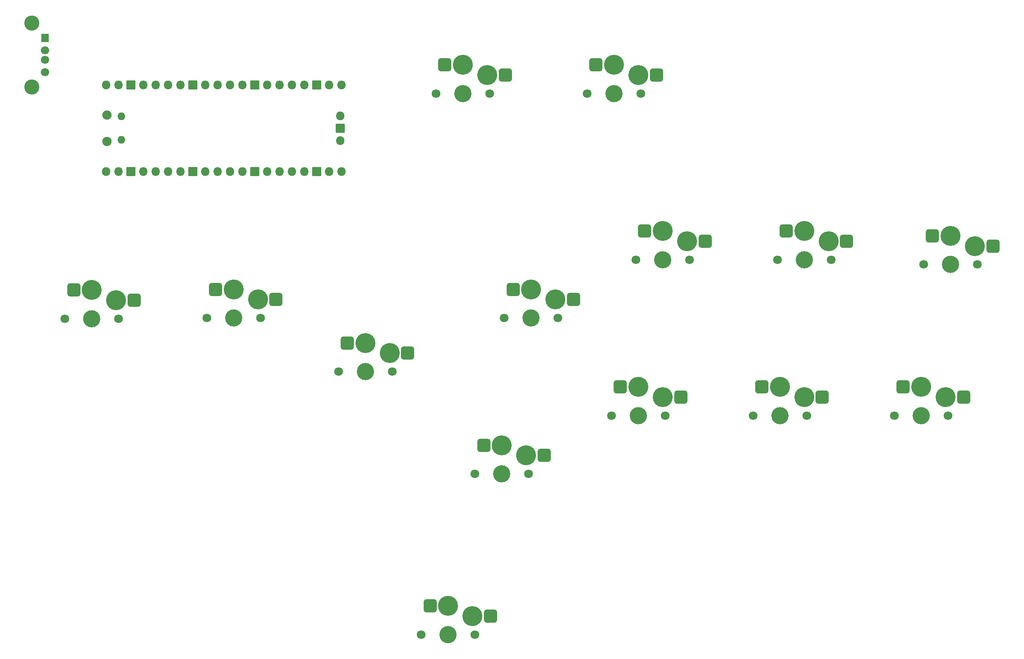
<source format=gbr>
%TF.GenerationSoftware,KiCad,Pcbnew,8.0.5*%
%TF.CreationDate,2024-12-27T20:29:11-05:00*%
%TF.ProjectId,with_usb_wired_v1,77697468-5f75-4736-925f-77697265645f,v1.0.0*%
%TF.SameCoordinates,Original*%
%TF.FileFunction,Soldermask,Bot*%
%TF.FilePolarity,Negative*%
%FSLAX46Y46*%
G04 Gerber Fmt 4.6, Leading zero omitted, Abs format (unit mm)*
G04 Created by KiCad (PCBNEW 8.0.5) date 2024-12-27 20:29:11*
%MOMM*%
%LPD*%
G01*
G04 APERTURE LIST*
G04 Aperture macros list*
%AMRoundRect*
0 Rectangle with rounded corners*
0 $1 Rounding radius*
0 $2 $3 $4 $5 $6 $7 $8 $9 X,Y pos of 4 corners*
0 Add a 4 corners polygon primitive as box body*
4,1,4,$2,$3,$4,$5,$6,$7,$8,$9,$2,$3,0*
0 Add four circle primitives for the rounded corners*
1,1,$1+$1,$2,$3*
1,1,$1+$1,$4,$5*
1,1,$1+$1,$6,$7*
1,1,$1+$1,$8,$9*
0 Add four rect primitives between the rounded corners*
20,1,$1+$1,$2,$3,$4,$5,0*
20,1,$1+$1,$4,$5,$6,$7,0*
20,1,$1+$1,$6,$7,$8,$9,0*
20,1,$1+$1,$8,$9,$2,$3,0*%
G04 Aperture macros list end*
%ADD10RoundRect,0.050000X-0.750000X0.800000X-0.750000X-0.800000X0.750000X-0.800000X0.750000X0.800000X0*%
%ADD11C,1.700000*%
%ADD12C,3.100000*%
%ADD13C,1.801800*%
%ADD14C,3.529000*%
%ADD15RoundRect,0.540000X0.810000X0.810000X-0.810000X0.810000X-0.810000X-0.810000X0.810000X-0.810000X0*%
%ADD16C,4.100000*%
%ADD17O,1.900000X1.900000*%
%ADD18O,1.600000X1.600000*%
%ADD19O,1.800000X1.800000*%
%ADD20RoundRect,0.050000X0.850000X-0.850000X0.850000X0.850000X-0.850000X0.850000X-0.850000X-0.850000X0*%
G04 APERTURE END LIST*
D10*
%TO.C,REF\u002A\u002A*%
X131360000Y-86500000D03*
D11*
X131360000Y-89000000D03*
X131360000Y-91000000D03*
X131360000Y-93500000D03*
D12*
X128650000Y-83430000D03*
X128650000Y-96570000D03*
%TD*%
D13*
%TO.C,S11*%
X305500000Y-164000000D03*
D14*
X311000000Y-164000000D03*
D13*
X316500000Y-164000000D03*
D15*
X307300000Y-158100000D03*
D16*
X311000000Y-158100000D03*
X316000000Y-160200000D03*
D15*
X319700000Y-160200000D03*
%TD*%
D13*
%TO.C,S4*%
X208500000Y-209000000D03*
D14*
X214000000Y-209000000D03*
D13*
X219500000Y-209000000D03*
D15*
X210300000Y-203100000D03*
D16*
X214000000Y-203100000D03*
X219000000Y-205200000D03*
D15*
X222700000Y-205200000D03*
%TD*%
D13*
%TO.C,S7*%
X247500000Y-164000000D03*
D14*
X253000000Y-164000000D03*
D13*
X258500000Y-164000000D03*
D15*
X249300000Y-158100000D03*
D16*
X253000000Y-158100000D03*
X258000000Y-160200000D03*
D15*
X261700000Y-160200000D03*
%TD*%
D13*
%TO.C,S3*%
X191500000Y-155000000D03*
D14*
X197000000Y-155000000D03*
D13*
X202500000Y-155000000D03*
D15*
X193300000Y-149100000D03*
D16*
X197000000Y-149100000D03*
X202000000Y-151200000D03*
D15*
X205700000Y-151200000D03*
%TD*%
D13*
%TO.C,S10*%
X281500000Y-132000000D03*
D14*
X287000000Y-132000000D03*
D13*
X292500000Y-132000000D03*
D15*
X283300000Y-126100000D03*
D16*
X287000000Y-126100000D03*
X292000000Y-128200000D03*
D15*
X295700000Y-128200000D03*
%TD*%
D13*
%TO.C,S6*%
X225500000Y-144000000D03*
D14*
X231000000Y-144000000D03*
D13*
X236500000Y-144000000D03*
D15*
X227300000Y-138100000D03*
D16*
X231000000Y-138100000D03*
X236000000Y-140200000D03*
D15*
X239700000Y-140200000D03*
%TD*%
D13*
%TO.C,S9*%
X276500000Y-164000000D03*
D14*
X282000000Y-164000000D03*
D13*
X287500000Y-164000000D03*
D15*
X278300000Y-158100000D03*
D16*
X282000000Y-158100000D03*
X287000000Y-160200000D03*
D15*
X290700000Y-160200000D03*
%TD*%
D17*
%TO.C,REF\u002A\u002A*%
X144000000Y-107725000D03*
D18*
X147030000Y-107425000D03*
X147030000Y-102575000D03*
D17*
X144000000Y-102275000D03*
D19*
X143870000Y-113890000D03*
X146410000Y-113890000D03*
D20*
X148950000Y-113890000D03*
D19*
X151490000Y-113890000D03*
X154030000Y-113890000D03*
X156570000Y-113890000D03*
X159110000Y-113890000D03*
D20*
X161650000Y-113890000D03*
D19*
X164190000Y-113890000D03*
X166730000Y-113890000D03*
X169270000Y-113890000D03*
X171810000Y-113890000D03*
D20*
X174350000Y-113890000D03*
D19*
X176890000Y-113890000D03*
X179430000Y-113890000D03*
X181970000Y-113890000D03*
X184510000Y-113890000D03*
D20*
X187050000Y-113890000D03*
D19*
X189590000Y-113890000D03*
X192130000Y-113890000D03*
X192130000Y-96110000D03*
X189590000Y-96110000D03*
D20*
X187050000Y-96110000D03*
D19*
X184510000Y-96110000D03*
X181970000Y-96110000D03*
X179430000Y-96110000D03*
X176890000Y-96110000D03*
D20*
X174350000Y-96110000D03*
D19*
X171810000Y-96110000D03*
X169270000Y-96110000D03*
X166730000Y-96110000D03*
X164190000Y-96110000D03*
D20*
X161650000Y-96110000D03*
D19*
X159110000Y-96110000D03*
X156570000Y-96110000D03*
X154030000Y-96110000D03*
X151490000Y-96110000D03*
D20*
X148950000Y-96110000D03*
D19*
X146410000Y-96110000D03*
X143870000Y-96110000D03*
X191900000Y-107540000D03*
D20*
X191900000Y-105000000D03*
D19*
X191900000Y-102460000D03*
%TD*%
D13*
%TO.C,S2*%
X164500000Y-144000000D03*
D14*
X170000000Y-144000000D03*
D13*
X175500000Y-144000000D03*
D15*
X166300000Y-138100000D03*
D16*
X170000000Y-138100000D03*
X175000000Y-140200000D03*
D15*
X178700000Y-140200000D03*
%TD*%
D13*
%TO.C,S14*%
X242500000Y-97900000D03*
D14*
X248000000Y-97900000D03*
D13*
X253500000Y-97900000D03*
D15*
X244300000Y-92000000D03*
D16*
X248000000Y-92000000D03*
X253000000Y-94100000D03*
D15*
X256700000Y-94100000D03*
%TD*%
D13*
%TO.C,S12*%
X311500000Y-133000000D03*
D14*
X317000000Y-133000000D03*
D13*
X322500000Y-133000000D03*
D15*
X313300000Y-127100000D03*
D16*
X317000000Y-127100000D03*
X322000000Y-129200000D03*
D15*
X325700000Y-129200000D03*
%TD*%
D13*
%TO.C,S5*%
X219500000Y-176000000D03*
D14*
X225000000Y-176000000D03*
D13*
X230500000Y-176000000D03*
D15*
X221300000Y-170100000D03*
D16*
X225000000Y-170100000D03*
X230000000Y-172200000D03*
D15*
X233700000Y-172200000D03*
%TD*%
D13*
%TO.C,S13*%
X211500000Y-97900000D03*
D14*
X217000000Y-97900000D03*
D13*
X222500000Y-97900000D03*
D15*
X213300000Y-92000000D03*
D16*
X217000000Y-92000000D03*
X222000000Y-94100000D03*
D15*
X225700000Y-94100000D03*
%TD*%
D13*
%TO.C,S8*%
X252500000Y-132000000D03*
D14*
X258000000Y-132000000D03*
D13*
X263500000Y-132000000D03*
D15*
X254300000Y-126100000D03*
D16*
X258000000Y-126100000D03*
X263000000Y-128200000D03*
D15*
X266700000Y-128200000D03*
%TD*%
D13*
%TO.C,S1*%
X135431165Y-144107445D03*
D14*
X140931165Y-144107445D03*
D13*
X146431165Y-144107445D03*
D15*
X137231165Y-138207445D03*
D16*
X140931165Y-138207445D03*
X145931165Y-140307445D03*
D15*
X149631165Y-140307445D03*
%TD*%
M02*

</source>
